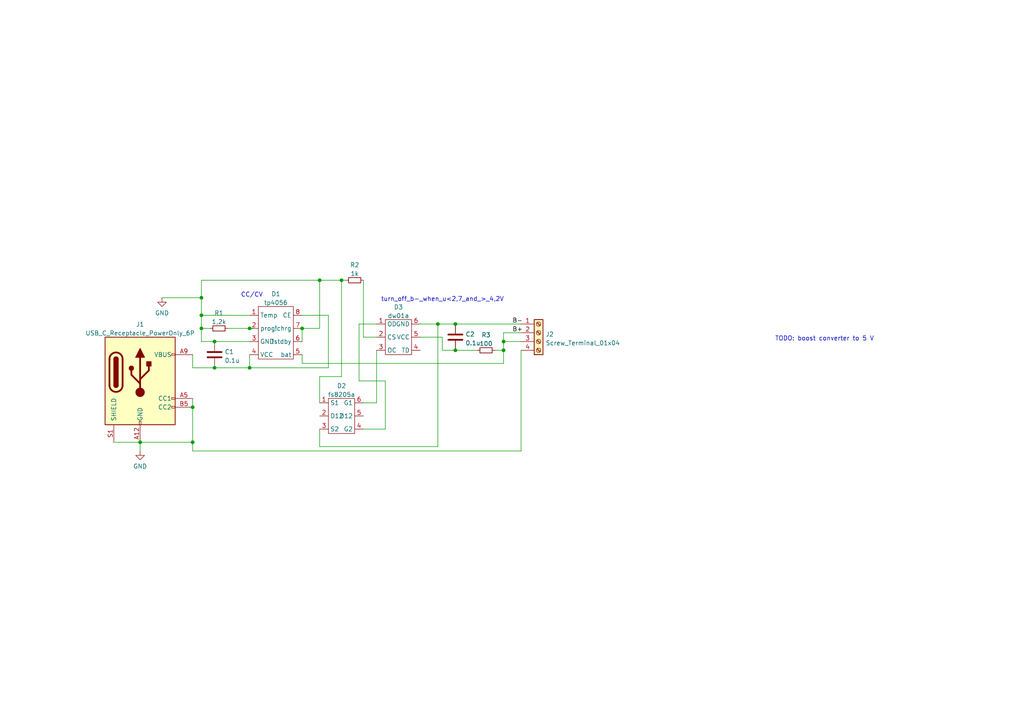
<source format=kicad_sch>
(kicad_sch (version 20211123) (generator eeschema)
  (paper "A4")
  (lib_symbols
    (symbol "Connector:Screw_Terminal_01x04" (pin_names (offset 1.016) hide)
      (property "Reference" "J" (at 0 5.08 0))
      (property "Value" "Screw_Terminal_01x04" (at 0 -7.62 0))
      (symbol "Screw_Terminal_01x04_1_1"
        (rectangle (start -1.27 3.81) (end 1.27 -6.35) (stroke (width 0.254)) (fill (type background)))
        (circle (center 0 -5.08) (radius 0.635) (stroke (width 0.1524)))
        (circle (center 0 -2.54) (radius 0.635) (stroke (width 0.1524)))
        (polyline (pts (xy -0.5334 -4.7498) (xy 0.3302 -5.588)) (stroke (width 0.1524)))
        (polyline (pts (xy -0.5334 -2.2098) (xy 0.3302 -3.048)) (stroke (width 0.1524)))
        (polyline (pts (xy -0.5334 0.3302) (xy 0.3302 -0.508)) (stroke (width 0.1524)))
        (polyline (pts (xy -0.5334 2.8702) (xy 0.3302 2.032)) (stroke (width 0.1524)))
        (polyline (pts (xy -0.3556 -4.572) (xy 0.508 -5.4102)) (stroke (width 0.1524)))
        (polyline (pts (xy -0.3556 -2.032) (xy 0.508 -2.8702)) (stroke (width 0.1524)))
        (polyline (pts (xy -0.3556 0.508) (xy 0.508 -0.3302)) (stroke (width 0.1524)))
        (polyline (pts (xy -0.3556 3.048) (xy 0.508 2.2098)) (stroke (width 0.1524)))
        (circle (center 0 0) (radius 0.635) (stroke (width 0.1524)))
        (circle (center 0 2.54) (radius 0.635) (stroke (width 0.1524)))
        (pin passive line (at -5.08 2.54 0) (length 3.81) (name "Pin_1") (number "1"))
        (pin passive line (at -5.08 0 0) (length 3.81) (name "Pin_2") (number "2"))
        (pin passive line (at -5.08 -2.54 0) (length 3.81) (name "Pin_3") (number "3"))
        (pin passive line (at -5.08 -5.08 0) (length 3.81) (name "Pin_4") (number "4"))
      )
    )
    (symbol "Connector:USB_C_Receptacle_PowerOnly_6P" (pin_names (offset 1.016))
      (property "Reference" "J" (at 0 16.51 0))
      (property "Value" "USB_C_Receptacle_PowerOnly_6P" (at 0 13.97 0))
      (symbol "USB_C_Receptacle_PowerOnly_6P_0_0"
        (rectangle (start -0.254 -12.7) (end 0.254 -11.684))
        (rectangle (start 10.16 -7.366) (end 9.144 -7.874))
        (rectangle (start 10.16 -4.826) (end 9.144 -5.334))
        (rectangle (start 10.16 7.874) (end 9.144 7.366))
      )
      (symbol "USB_C_Receptacle_PowerOnly_6P_0_1"
        (rectangle (start -10.16 12.7) (end 10.16 -12.7) (stroke (width 0.254)) (fill (type background)))
        (arc (start -8.89 -1.27) (mid -6.985 -3.175) (end -5.08 -1.27) (stroke (width 0.508)))
        (arc (start -7.62 -1.27) (mid -6.985 -1.905) (end -6.35 -1.27) (stroke (width 0.254)))
        (arc (start -7.62 -1.27) (mid -6.985 -1.905) (end -6.35 -1.27) (stroke (width 0.254)) (fill (type outline)))
        (rectangle (start -7.62 -1.27) (end -6.35 6.35) (stroke (width 0.254)) (fill (type outline)))
        (arc (start -6.35 6.35) (mid -6.985 6.985) (end -7.62 6.35) (stroke (width 0.254)))
        (arc (start -6.35 6.35) (mid -6.985 6.985) (end -7.62 6.35) (stroke (width 0.254)) (fill (type outline)))
        (arc (start -5.08 6.35) (mid -6.985 8.255) (end -8.89 6.35) (stroke (width 0.508)))
        (circle (center -2.54 3.683) (radius 0.635) (stroke (width 0.254)) (fill (type outline)))
        (circle (center 0 -3.302) (radius 1.27) (fill (type outline)))
        (polyline (pts (xy -8.89 -1.27) (xy -8.89 6.35)) (stroke (width 0.508)))
        (polyline (pts (xy -5.08 6.35) (xy -5.08 -1.27)) (stroke (width 0.508)))
        (polyline (pts (xy 0 -3.302) (xy 0 6.858)) (stroke (width 0.508)))
        (polyline (pts (xy 0 -0.762) (xy -2.54 1.778) (xy -2.54 3.048)) (stroke (width 0.508)))
        (polyline (pts (xy 0 0.508) (xy 2.54 3.048) (xy 2.54 4.318)) (stroke (width 0.508)))
        (polyline (pts (xy -1.27 6.858) (xy 0 9.398) (xy 1.27 6.858) (xy -1.27 6.858)) (stroke (width 0.254)) (fill (type outline)))
        (rectangle (start 1.905 4.318) (end 3.175 5.588) (stroke (width 0.254)) (fill (type outline)))
      )
      (symbol "USB_C_Receptacle_PowerOnly_6P_1_1"
        (pin passive line (at 0 -17.78 90) (length 5.08) (name "GND") (number "A12"))
        (pin bidirectional line (at 15.24 -5.08 180) (length 5.08) (name "CC1") (number "A5"))
        (pin passive line (at 15.24 7.62 180) (length 5.08) (name "VBUS") (number "A9"))
        (pin passive line (at 0 -17.78 90) (length 5.08) hide (name "GND") (number "B12"))
        (pin bidirectional line (at 15.24 -7.62 180) (length 5.08) (name "CC2") (number "B5"))
        (pin passive line (at 15.24 7.62 180) (length 5.08) hide (name "VBUS") (number "B9"))
        (pin passive line (at -7.62 -17.78 90) (length 5.08) (name "SHIELD") (number "S1"))
      )
    )
    (symbol "Device:C" (pin_numbers hide) (pin_names (offset 0.254))
      (property "Reference" "C" (at 0.635 2.54 0))
      (property "Value" "C" (at 0.635 -2.54 0))
      (symbol "C_0_1"
        (polyline (pts (xy -2.032 -0.762) (xy 2.032 -0.762)) (stroke (width 0.508)))
        (polyline (pts (xy -2.032 0.762) (xy 2.032 0.762)) (stroke (width 0.508)))
      )
      (symbol "C_1_1"
        (pin passive line (at 0 3.81 270) (length 2.794) (name "~") (number "1"))
        (pin passive line (at 0 -3.81 90) (length 2.794) (name "~") (number "2"))
      )
    )
    (symbol "Device:R_Small" (pin_numbers hide) (pin_names (offset 0.254) hide)
      (property "Reference" "R" (at 0.762 0.508 0))
      (property "Value" "R_Small" (at 0.762 -1.016 0))
      (symbol "R_Small_0_1"
        (rectangle (start -0.762 1.778) (end 0.762 -1.778) (stroke (width 0.2032)))
      )
      (symbol "R_Small_1_1"
        (pin passive line (at 0 2.54 270) (length 0.762) (name "~") (number "1"))
        (pin passive line (at 0 -2.54 90) (length 0.762) (name "~") (number "2"))
      )
    )
    (symbol "New_Library:dw01a"
      (property "Reference" "D" (at 0 10.16 0))
      (property "Value" "dw01a" (at 0 7.62 0))
      (symbol "dw01a_0_1"
        (rectangle (start -3.81 5.08) (end 3.81 -5.08) (stroke (width 0.1524)))
      )
      (symbol "dw01a_1_1"
        (pin input line (at -6.35 3.81 0) (length 2.54) (name "OD") (number "1"))
        (pin input line (at -6.35 0 0) (length 2.54) (name "CS") (number "2"))
        (pin input line (at -6.35 -3.81 0) (length 2.54) (name "OC") (number "3"))
        (pin input line (at 6.35 -3.81 180) (length 2.54) (name "TD") (number "4"))
        (pin input line (at 6.35 0 180) (length 2.54) (name "VCC") (number "5"))
        (pin input line (at 6.35 3.81 180) (length 2.54) (name "GND") (number "6"))
      )
    )
    (symbol "New_Library:fs8205a"
      (property "Reference" "D?" (at 0 8.89 0))
      (property "Value" "fs8205a" (at 0 6.35 0))
      (symbol "fs8205a_0_1"
        (rectangle (start -3.81 5.08) (end 3.81 -5.08) (stroke (width 0.1524)))
      )
      (symbol "fs8205a_1_1"
        (pin input line (at -6.35 3.81 0) (length 2.54) (name "S1") (number "1"))
        (pin input line (at -6.35 0 0) (length 2.54) (name "D12") (number "2"))
        (pin input line (at -6.35 -3.81 0) (length 2.54) (name "S2") (number "3"))
        (pin input line (at 6.35 -3.81 180) (length 2.54) (name "G2") (number "4"))
        (pin input line (at 6.35 0 180) (length 2.54) (name "D12") (number "5"))
        (pin input line (at 6.35 3.81 180) (length 2.54) (name "G1") (number "6"))
      )
    )
    (symbol "New_Library:tp4056"
      (property "Reference" "D?" (at 0 8.89 0))
      (property "Value" "tp4056" (at 0 -8.89 0))
      (symbol "tp4056_0_1"
        (rectangle (start -5.08 7.62) (end 5.08 -7.62) (stroke (width 0.1524)))
      )
      (symbol "tp4056_1_1"
        (pin input line (at -7.62 5.08 0) (length 2.54) (name "Temp") (number "1"))
        (pin input line (at -7.62 1.27 0) (length 2.54) (name "prog") (number "2"))
        (pin input line (at -7.62 -2.54 0) (length 2.54) (name "GND") (number "3"))
        (pin input line (at -7.62 -6.35 0) (length 2.54) (name "VCC") (number "4"))
        (pin input line (at 7.62 -6.35 180) (length 2.54) (name "bat") (number "5"))
        (pin input line (at 7.62 -2.54 180) (length 2.54) (name "!stdby") (number "6"))
        (pin input line (at 7.62 1.27 180) (length 2.54) (name "!chrg") (number "7"))
        (pin input line (at 7.62 5.08 180) (length 2.54) (name "CE") (number "8"))
      )
    )
    (symbol "power:GND" (power) (pin_names (offset 0))
      (property "Value" "GND" (at 0 -3.81 0))
      (symbol "GND_0_1"
        (polyline (pts (xy 0 0) (xy 0 -1.27) (xy 1.27 -1.27) (xy 0 -2.54) (xy -1.27 -1.27) (xy 0 -1.27)))
      )
      (symbol "GND_1_1"
        (pin power_in line (at 0 0 270) (length 0) hide (name "GND") (number "1"))
      )
    )
  )
  (junction (at 62.23 99.06))
  (junction (at 72.39 95.25))
  (junction (at 58.42 91.44))
  (junction (at 99.06 81.28))
  (junction (at 72.39 106.68))
  (junction (at 58.42 95.25))
  (junction (at 146.05 99.06))
  (junction (at 55.88 118.11))
  (junction (at 127 93.98))
  (junction (at 132.08 93.98))
  (junction (at 55.88 128.27))
  (junction (at 58.42 86.36))
  (junction (at 92.71 81.28))
  (junction (at 87.63 95.25))
  (junction (at 40.64 128.27))
  (junction (at 62.23 106.68))
  (junction (at 146.05 101.6))
  (junction (at 132.08 101.6))
  (wire (pts (xy 146.05 99.06) (xy 151.13 99.06)))
  (wire (pts (xy 58.42 99.06) (xy 58.42 95.25)))
  (wire (pts (xy 87.63 102.87) (xy 87.63 105.41)))
  (wire (pts (xy 55.88 115.57) (xy 55.88 118.11)))
  (wire (pts (xy 146.05 99.06) (xy 146.05 96.52)))
  (wire (pts (xy 121.92 97.79) (xy 128.27 97.79)))
  (wire (pts (xy 146.05 101.6) (xy 146.05 105.41)))
  (wire (pts (xy 92.71 129.54) (xy 127 129.54)))
  (wire (pts (xy 55.88 106.68) (xy 62.23 106.68)))
  (wire (pts (xy 92.71 81.28) (xy 58.42 81.28)))
  (wire (pts (xy 58.42 91.44) (xy 72.39 91.44)))
  (wire (pts (xy 58.42 86.36) (xy 46.99 86.36)))
  (wire (pts (xy 143.51 101.6) (xy 146.05 101.6)))
  (wire (pts (xy 105.41 124.46) (xy 111.76 124.46)))
  (wire (pts (xy 132.08 93.98) (xy 151.13 93.98)))
  (wire (pts (xy 58.42 95.25) (xy 60.96 95.25)))
  (wire (pts (xy 111.76 110.49) (xy 111.76 124.46)))
  (wire (pts (xy 105.41 116.84) (xy 109.22 116.84)))
  (wire (pts (xy 109.22 97.79) (xy 105.41 97.79)))
  (wire (pts (xy 95.25 106.68) (xy 95.25 91.44)))
  (wire (pts (xy 92.71 116.84) (xy 92.71 109.22)))
  (wire (pts (xy 55.88 128.27) (xy 55.88 118.11)))
  (wire (pts (xy 33.02 128.27) (xy 40.64 128.27)))
  (wire (pts (xy 99.06 81.28) (xy 92.71 81.28)))
  (wire (pts (xy 58.42 91.44) (xy 58.42 86.36)))
  (wire (pts (xy 127 129.54) (xy 127 93.98)))
  (wire (pts (xy 121.92 93.98) (xy 127 93.98)))
  (wire (pts (xy 72.39 102.87) (xy 72.39 106.68)))
  (wire (pts (xy 72.39 95.25) (xy 73.66 95.25)))
  (wire (pts (xy 66.04 95.25) (xy 72.39 95.25)))
  (wire (pts (xy 100.33 81.28) (xy 99.06 81.28)))
  (wire (pts (xy 151.13 130.81) (xy 55.88 130.81)))
  (wire (pts (xy 92.71 109.22) (xy 99.06 109.22)))
  (wire (pts (xy 87.63 99.06) (xy 87.63 95.25)))
  (wire (pts (xy 87.63 91.44) (xy 95.25 91.44)))
  (wire (pts (xy 146.05 101.6) (xy 146.05 99.06)))
  (wire (pts (xy 55.88 106.68) (xy 55.88 102.87)))
  (wire (pts (xy 104.14 110.49) (xy 111.76 110.49)))
  (wire (pts (xy 105.41 97.79) (xy 105.41 81.28)))
  (wire (pts (xy 40.64 128.27) (xy 40.64 130.81)))
  (wire (pts (xy 72.39 99.06) (xy 62.23 99.06)))
  (wire (pts (xy 109.22 101.6) (xy 109.22 116.84)))
  (wire (pts (xy 62.23 106.68) (xy 72.39 106.68)))
  (wire (pts (xy 92.71 95.25) (xy 92.71 81.28)))
  (wire (pts (xy 87.63 95.25) (xy 92.71 95.25)))
  (wire (pts (xy 72.39 106.68) (xy 95.25 106.68)))
  (wire (pts (xy 151.13 101.6) (xy 151.13 130.81)))
  (wire (pts (xy 62.23 99.06) (xy 58.42 99.06)))
  (wire (pts (xy 55.88 130.81) (xy 55.88 128.27)))
  (wire (pts (xy 92.71 124.46) (xy 92.71 129.54)))
  (wire (pts (xy 127 93.98) (xy 132.08 93.98)))
  (wire (pts (xy 109.22 93.98) (xy 104.14 93.98)))
  (wire (pts (xy 146.05 96.52) (xy 151.13 96.52)))
  (wire (pts (xy 99.06 109.22) (xy 99.06 81.28)))
  (wire (pts (xy 87.63 105.41) (xy 146.05 105.41)))
  (wire (pts (xy 104.14 93.98) (xy 104.14 110.49)))
  (wire (pts (xy 58.42 95.25) (xy 58.42 91.44)))
  (wire (pts (xy 128.27 101.6) (xy 132.08 101.6)))
  (wire (pts (xy 128.27 97.79) (xy 128.27 101.6)))
  (wire (pts (xy 132.08 101.6) (xy 138.43 101.6)))
  (wire (pts (xy 58.42 81.28) (xy 58.42 86.36)))
  (wire (pts (xy 40.64 128.27) (xy 55.88 128.27)))
  (text "CC/CV" (at 69.85 86.36 0) (effects (font (size 1.27 1.27)) (justify left bottom)))
  (text "turn_off_b-_when_u<2,7_and_>_4,2V" (at 110.49 87.63 0) (effects (font (size 1.27 1.27)) (justify left bottom)))
  (text "TODO: boost converter to 5 V" (at 224.79 99.06 0) (effects (font (size 1.27 1.27)) (justify left bottom)))
  (label "B-" (at 148.59 93.98 0))
  (label "B+" (at 148.59 96.52 0))
  (symbol (lib_id "New_Library:tp4056") (at 80.01 96.52 0) (unit 1)
    (property "Reference" "D1" (at 80.01 85.251 0))
    (property "Value" "tp4056" (at 80.01 87.7879 0))
    (property "Footprint" "Library:tp4056" (effects hide))
  )
  (symbol (lib_id "power:GND") (at 46.99 86.36 0) (unit 1)
    (property "Reference" "#PWR02" (effects hide))
    (property "Value" "GND" (at 46.99 90.8034 0))
  )
  (symbol (lib_id "Device:C") (at 62.23 102.87 0) (unit 1)
    (property "Reference" "C1" (at 65.151 102.0353 0) (effects (justify left)))
    (property "Value" "0.1u" (at 65.151 104.5722 0) (effects (justify left)))
    (property "Footprint" "Capacitor_SMD:C_0603_1608Metric" (effects hide))
  )
  (symbol (lib_id "Device:R_Small") (at 102.87 81.28 90) (unit 1)
    (property "Reference" "R2" (at 102.87 76.8436 90))
    (property "Value" "1k" (at 102.87 79.3805 90))
    (property "Footprint" "Resistor_SMD:R_0603_1608Metric" (effects hide))
  )
  (symbol (lib_id "Device:R_Small") (at 140.97 101.6 90) (unit 1)
    (property "Reference" "R3" (at 140.97 97.1636 90))
    (property "Value" "100" (at 140.97 99.7005 90))
    (property "Footprint" "Resistor_SMD:R_0603_1608Metric" (effects hide))
  )
  (symbol (lib_id "power:GND") (at 40.64 130.81 0) (unit 1)
    (property "Reference" "#PWR01" (effects hide))
    (property "Value" "GND" (at 40.64 135.2534 0))
  )
  (symbol (lib_id "Device:R_Small") (at 63.5 95.25 90) (unit 1)
    (property "Reference" "R1" (at 63.5 90.8136 90))
    (property "Value" "1,2k" (at 63.5 93.3505 90))
    (property "Footprint" "Resistor_SMD:R_0603_1608Metric" (effects hide))
  )
  (symbol (lib_id "New_Library:fs8205a") (at 99.06 120.65 0) (unit 1)
    (property "Reference" "D2" (at 99.06 111.921 0))
    (property "Value" "fs8205a" (at 99.06 114.4579 0))
    (property "Footprint" "Library:dw01a" (effects hide))
  )
  (symbol (lib_id "New_Library:dw01a") (at 115.57 97.79 0) (unit 1)
    (property "Reference" "D3" (at 115.57 89.061 0))
    (property "Value" "dw01a" (at 115.57 91.5979 0))
    (property "Footprint" "Library:dw01a" (effects hide))
  )
  (symbol (lib_id "Connector:Screw_Terminal_01x04") (at 156.21 96.52 0) (unit 1)
    (property "Reference" "J2" (at 158.242 96.9553 0) (effects (justify left)))
    (property "Value" "Screw_Terminal_01x04" (at 158.242 99.4922 0) (effects (justify left)))
    (property "Footprint" "Connector_PinSocket_2.00mm:PinSocket_1x04_P2.00mm_Vertical" (effects hide))
  )
  (symbol (lib_id "Device:C") (at 132.08 97.79 0) (unit 1)
    (property "Reference" "C2" (at 135.001 96.9553 0) (effects (justify left)))
    (property "Value" "0.1u" (at 135.001 99.4922 0) (effects (justify left)))
    (property "Footprint" "Capacitor_SMD:C_0603_1608Metric" (effects hide))
  )
  (symbol (lib_id "Connector:USB_C_Receptacle_PowerOnly_6P") (at 40.64 110.49 0) (unit 1)
    (property "Reference" "J1" (at 40.64 94.0902 0))
    (property "Value" "USB_C_Receptacle_PowerOnly_6P" (at 40.64 96.6271 0))
    (property "Footprint" "Connector_USB:USB_C_Receptacle_HRO_TYPE-C-31-M-12" (effects hide))
    (property "Datasheet" "https://www.usb.org/sites/default/files/documents/usb_type-c.zip" (effects hide))
  )
)
</source>
